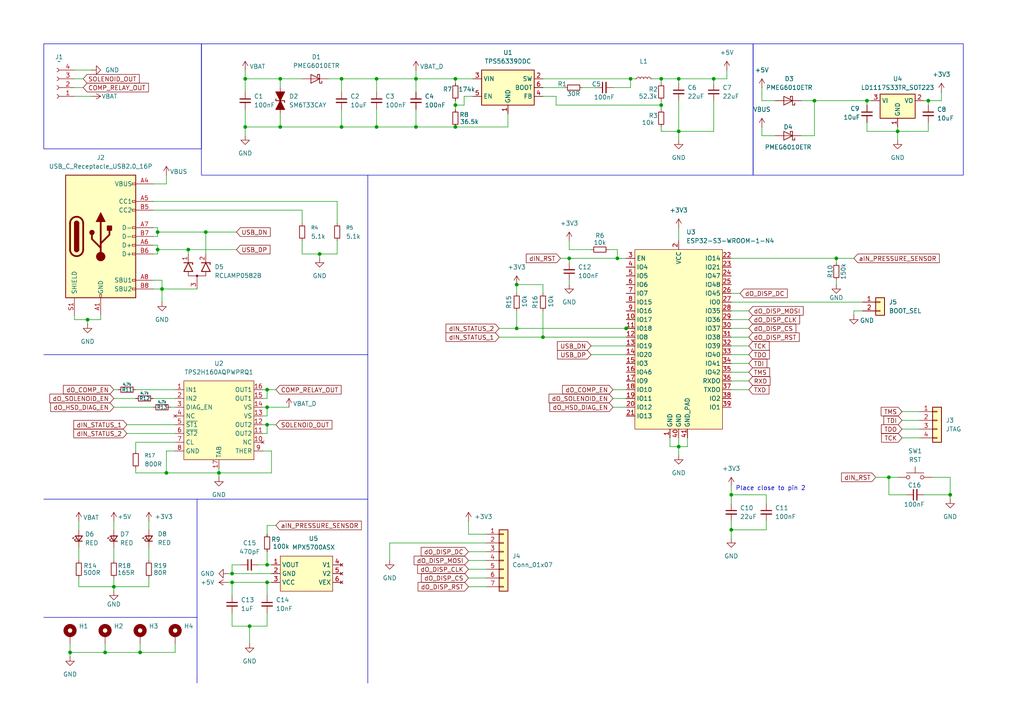
<source format=kicad_sch>
(kicad_sch (version 20250114) (generator "eeschema") (generator_version "9.0")
  (paper "A4")
  (rectangle (start 58.42 12.7) (end 218.44 50.8))
  (rectangle (start 12.7 12.7) (end 58.42 43.18))
  (rectangle (start 218.44 12.7) (end 279.4 50.8))
  (text "Place close to pin 2\n" (at 223.52 141.732 0) (effects (font (size 1.27 1.27))))
  (junction (at 181.61 95.25))
  (junction (at 67.31 168.91))
  (junction (at 257.81 138.43))
  (junction (at 48.26 137.16))
  (junction (at 77.47 113.03))
  (junction (at 120.65 22.86))
  (junction (at 63.5 137.16))
  (junction (at 54.61 72.39))
  (junction (at 33.02 170.18))
  (junction (at 242.57 74.93))
  (junction (at 132.08 36.83))
  (junction (at 196.85 22.86))
  (junction (at 92.71 73.66))
  (junction (at 269.24 29.21))
  (junction (at 109.22 22.86))
  (junction (at 46.99 83.82))
  (junction (at 81.28 22.86))
  (junction (at 77.47 163.83))
  (junction (at 77.47 168.91))
  (junction (at 132.08 30.48))
  (junction (at 212.09 153.67))
  (junction (at 109.22 36.83))
  (junction (at 182.88 22.86))
  (junction (at 45.72 72.39))
  (junction (at 81.28 36.83))
  (junction (at 132.08 22.86))
  (junction (at 71.12 36.83))
  (junction (at 77.47 123.19))
  (junction (at 99.06 36.83))
  (junction (at 207.01 22.86))
  (junction (at 212.09 143.51))
  (junction (at 120.65 36.83))
  (junction (at 149.86 82.55))
  (junction (at 20.32 189.23))
  (junction (at 191.77 30.48))
  (junction (at 77.47 118.11))
  (junction (at 67.31 166.37))
  (junction (at 72.39 181.61))
  (junction (at 25.4 92.71))
  (junction (at 40.64 189.23))
  (junction (at 251.46 29.21))
  (junction (at 157.48 97.79))
  (junction (at 99.06 22.86))
  (junction (at 196.85 38.1))
  (junction (at 149.86 95.25))
  (junction (at 179.07 74.93))
  (junction (at 165.1 74.93))
  (junction (at 45.72 67.31))
  (junction (at 260.35 38.1))
  (junction (at 30.48 189.23))
  (junction (at 196.85 129.54))
  (junction (at 191.77 22.86))
  (junction (at 275.59 143.51))
  (junction (at 71.12 22.86))
  (junction (at 236.22 29.21))
  (junction (at 59.69 67.31))
  (wire (pts (xy 212.09 113.03) (xy 217.17 113.03)))
  (wire (pts (xy 44.45 71.12) (xy 45.72 71.12)))
  (wire (pts (xy 54.61 72.39) (xy 68.58 72.39)))
  (wire (pts (xy 194.31 127) (xy 194.31 129.54)))
  (wire (pts (xy 21.59 22.86) (xy 24.13 22.86)))
  (wire (pts (xy 157.48 85.09) (xy 157.48 82.55)))
  (wire (pts (xy 109.22 31.75) (xy 109.22 36.83)))
  (wire (pts (xy 76.2 113.03) (xy 77.47 113.03)))
  (wire (pts (xy 113.03 157.48) (xy 113.03 162.56)))
  (wire (pts (xy 212.09 100.33) (xy 217.17 100.33)))
  (wire (pts (xy 120.65 31.75) (xy 120.65 36.83)))
  (wire (pts (xy 199.39 127) (xy 199.39 129.54)))
  (wire (pts (xy 43.18 158.75) (xy 43.18 162.56)))
  (wire (pts (xy 48.26 53.34) (xy 48.26 50.8)))
  (wire (pts (xy 81.28 22.86) (xy 81.28 25.4)))
  (wire (pts (xy 49.53 118.11) (xy 50.8 118.11)))
  (wire (pts (xy 97.79 64.77) (xy 97.79 58.42)))
  (wire (pts (xy 212.09 143.51) (xy 212.09 146.05)))
  (wire (pts (xy 92.71 73.66) (xy 92.71 74.93)))
  (wire (pts (xy 222.25 151.13) (xy 222.25 153.67)))
  (wire (pts (xy 157.48 27.94) (xy 161.29 27.94)))
  (wire (pts (xy 44.45 68.58) (xy 45.72 68.58)))
  (wire (pts (xy 120.65 20.32) (xy 120.65 22.86)))
  (wire (pts (xy 184.15 95.25) (xy 181.61 95.25)))
  (wire (pts (xy 191.77 38.1) (xy 196.85 38.1)))
  (wire (pts (xy 44.45 66.04) (xy 45.72 66.04)))
  (wire (pts (xy 212.09 110.49) (xy 217.17 110.49)))
  (wire (pts (xy 67.31 166.37) (xy 66.04 166.37)))
  (wire (pts (xy 168.91 25.4) (xy 172.72 25.4)))
  (wire (pts (xy 236.22 29.21) (xy 236.22 39.37)))
  (wire (pts (xy 59.69 67.31) (xy 59.69 73.66)))
  (wire (pts (xy 269.24 29.21) (xy 273.05 29.21)))
  (wire (pts (xy 67.31 168.91) (xy 77.47 168.91)))
  (polyline (pts (xy 106.68 144.78) (xy 106.68 198.12)))
  (wire (pts (xy 99.06 22.86) (xy 109.22 22.86)))
  (wire (pts (xy 135.89 154.94) (xy 140.97 154.94)))
  (wire (pts (xy 261.62 121.92) (xy 266.7 121.92)))
  (wire (pts (xy 87.63 60.96) (xy 87.63 64.77)))
  (wire (pts (xy 220.98 29.21) (xy 224.79 29.21)))
  (wire (pts (xy 76.2 115.57) (xy 77.47 115.57)))
  (wire (pts (xy 77.47 123.19) (xy 80.01 123.19)))
  (wire (pts (xy 77.47 120.65) (xy 77.47 118.11)))
  (wire (pts (xy 177.8 115.57) (xy 181.61 115.57)))
  (wire (pts (xy 251.46 29.21) (xy 251.46 30.48)))
  (wire (pts (xy 161.29 27.94) (xy 161.29 30.48)))
  (wire (pts (xy 135.89 170.18) (xy 140.97 170.18)))
  (wire (pts (xy 179.07 72.39) (xy 179.07 74.93)))
  (polyline (pts (xy 12.7 102.87) (xy 106.68 102.87)))
  (wire (pts (xy 144.78 97.79) (xy 157.48 97.79)))
  (wire (pts (xy 135.89 167.64) (xy 140.97 167.64)))
  (wire (pts (xy 260.35 36.83) (xy 260.35 38.1)))
  (wire (pts (xy 212.09 97.79) (xy 217.17 97.79)))
  (wire (pts (xy 54.61 72.39) (xy 54.61 73.66)))
  (wire (pts (xy 76.2 120.65) (xy 77.47 120.65)))
  (polyline (pts (xy 57.15 144.78) (xy 57.15 179.07)))
  (wire (pts (xy 72.39 181.61) (xy 72.39 186.69)))
  (wire (pts (xy 161.29 30.48) (xy 191.77 30.48)))
  (wire (pts (xy 21.59 91.44) (xy 21.59 92.71)))
  (wire (pts (xy 39.37 128.27) (xy 50.8 128.27)))
  (wire (pts (xy 95.25 22.86) (xy 99.06 22.86)))
  (wire (pts (xy 242.57 74.93) (xy 247.65 74.93)))
  (wire (pts (xy 196.85 38.1) (xy 207.01 38.1)))
  (wire (pts (xy 25.4 92.71) (xy 29.21 92.71)))
  (wire (pts (xy 207.01 24.13) (xy 207.01 22.86)))
  (wire (pts (xy 57.15 83.82) (xy 46.99 83.82)))
  (wire (pts (xy 196.85 29.21) (xy 196.85 38.1)))
  (wire (pts (xy 157.48 25.4) (xy 163.83 25.4)))
  (wire (pts (xy 87.63 22.86) (xy 81.28 22.86)))
  (wire (pts (xy 33.02 151.13) (xy 33.02 153.67)))
  (wire (pts (xy 212.09 74.93) (xy 242.57 74.93)))
  (wire (pts (xy 67.31 166.37) (xy 78.74 166.37)))
  (wire (pts (xy 171.45 100.33) (xy 181.61 100.33)))
  (wire (pts (xy 21.59 25.4) (xy 24.13 25.4)))
  (wire (pts (xy 210.82 20.32) (xy 210.82 22.86)))
  (wire (pts (xy 45.72 67.31) (xy 59.69 67.31)))
  (wire (pts (xy 76.2 118.11) (xy 77.47 118.11)))
  (wire (pts (xy 207.01 29.21) (xy 207.01 38.1)))
  (wire (pts (xy 67.31 168.91) (xy 67.31 172.72)))
  (wire (pts (xy 87.63 69.85) (xy 87.63 73.66)))
  (wire (pts (xy 132.08 29.21) (xy 132.08 30.48)))
  (wire (pts (xy 182.88 22.86) (xy 184.15 22.86)))
  (wire (pts (xy 81.28 33.02) (xy 81.28 36.83)))
  (polyline (pts (xy 106.68 102.87) (xy 106.68 144.78)))
  (wire (pts (xy 77.47 177.8) (xy 77.47 181.61)))
  (wire (pts (xy 43.18 170.18) (xy 33.02 170.18)))
  (wire (pts (xy 179.07 74.93) (xy 181.61 74.93)))
  (wire (pts (xy 77.47 118.11) (xy 83.82 118.11)))
  (wire (pts (xy 242.57 76.2) (xy 242.57 74.93)))
  (wire (pts (xy 257.81 143.51) (xy 257.81 138.43)))
  (wire (pts (xy 43.18 167.64) (xy 43.18 170.18)))
  (wire (pts (xy 66.04 168.91) (xy 67.31 168.91)))
  (wire (pts (xy 212.09 105.41) (xy 217.17 105.41)))
  (wire (pts (xy 262.89 143.51) (xy 257.81 143.51)))
  (wire (pts (xy 177.8 118.11) (xy 181.61 118.11)))
  (wire (pts (xy 147.32 33.02) (xy 147.32 36.83)))
  (wire (pts (xy 33.02 115.57) (xy 39.37 115.57)))
  (polyline (pts (xy 12.7 179.07) (xy 57.15 179.07)))
  (wire (pts (xy 33.02 158.75) (xy 33.02 162.56)))
  (wire (pts (xy 109.22 26.67) (xy 109.22 22.86)))
  (wire (pts (xy 120.65 22.86) (xy 120.65 26.67)))
  (wire (pts (xy 76.2 123.19) (xy 77.47 123.19)))
  (wire (pts (xy 78.74 130.81) (xy 78.74 137.16)))
  (wire (pts (xy 220.98 29.21) (xy 220.98 25.4)))
  (wire (pts (xy 196.85 129.54) (xy 199.39 129.54)))
  (wire (pts (xy 273.05 29.21) (xy 273.05 26.67)))
  (wire (pts (xy 157.48 22.86) (xy 182.88 22.86)))
  (wire (pts (xy 196.85 129.54) (xy 196.85 132.08)))
  (wire (pts (xy 50.8 186.69) (xy 50.8 189.23)))
  (wire (pts (xy 232.41 29.21) (xy 236.22 29.21)))
  (wire (pts (xy 194.31 129.54) (xy 196.85 129.54)))
  (wire (pts (xy 71.12 36.83) (xy 71.12 39.37)))
  (wire (pts (xy 135.89 165.1) (xy 140.97 165.1)))
  (wire (pts (xy 269.24 35.56) (xy 269.24 38.1)))
  (wire (pts (xy 184.15 92.71) (xy 181.61 92.71)))
  (wire (pts (xy 212.09 102.87) (xy 217.17 102.87)))
  (wire (pts (xy 45.72 66.04) (xy 45.72 67.31)))
  (wire (pts (xy 77.47 125.73) (xy 77.47 123.19)))
  (wire (pts (xy 40.64 186.69) (xy 40.64 189.23)))
  (wire (pts (xy 109.22 22.86) (xy 120.65 22.86)))
  (wire (pts (xy 20.32 189.23) (xy 20.32 190.5)))
  (wire (pts (xy 21.59 92.71) (xy 25.4 92.71)))
  (wire (pts (xy 46.99 83.82) (xy 46.99 87.63)))
  (wire (pts (xy 212.09 153.67) (xy 212.09 156.21)))
  (wire (pts (xy 212.09 143.51) (xy 222.25 143.51)))
  (wire (pts (xy 71.12 20.32) (xy 71.12 22.86)))
  (wire (pts (xy 113.03 157.48) (xy 140.97 157.48)))
  (wire (pts (xy 250.19 90.17) (xy 247.65 90.17)))
  (wire (pts (xy 71.12 26.67) (xy 71.12 22.86)))
  (wire (pts (xy 191.77 30.48) (xy 191.77 31.75)))
  (wire (pts (xy 39.37 135.89) (xy 39.37 137.16)))
  (wire (pts (xy 67.31 177.8) (xy 67.31 181.61)))
  (wire (pts (xy 242.57 82.55) (xy 242.57 81.28)))
  (wire (pts (xy 257.81 138.43) (xy 260.35 138.43)))
  (wire (pts (xy 191.77 29.21) (xy 191.77 30.48)))
  (wire (pts (xy 33.02 170.18) (xy 33.02 167.64)))
  (wire (pts (xy 275.59 138.43) (xy 275.59 143.51)))
  (wire (pts (xy 207.01 22.86) (xy 210.82 22.86)))
  (wire (pts (xy 77.47 172.72) (xy 77.47 168.91)))
  (wire (pts (xy 120.65 36.83) (xy 132.08 36.83)))
  (wire (pts (xy 261.62 127) (xy 266.7 127)))
  (wire (pts (xy 149.86 82.55) (xy 149.86 85.09)))
  (wire (pts (xy 21.59 27.94) (xy 26.67 27.94)))
  (wire (pts (xy 77.47 154.94) (xy 77.47 152.4)))
  (polyline (pts (xy 57.15 179.07) (xy 57.15 196.85)))
  (wire (pts (xy 48.26 130.81) (xy 48.26 137.16)))
  (wire (pts (xy 212.09 92.71) (xy 217.17 92.71)))
  (wire (pts (xy 177.8 113.03) (xy 181.61 113.03)))
  (wire (pts (xy 132.08 30.48) (xy 134.62 30.48)))
  (wire (pts (xy 177.8 25.4) (xy 182.88 25.4)))
  (wire (pts (xy 30.48 186.69) (xy 30.48 189.23)))
  (wire (pts (xy 275.59 143.51) (xy 275.59 144.78)))
  (wire (pts (xy 196.85 22.86) (xy 207.01 22.86)))
  (wire (pts (xy 222.25 143.51) (xy 222.25 146.05)))
  (wire (pts (xy 267.97 29.21) (xy 269.24 29.21)))
  (wire (pts (xy 22.86 158.75) (xy 22.86 162.56)))
  (wire (pts (xy 132.08 22.86) (xy 137.16 22.86)))
  (wire (pts (xy 81.28 36.83) (xy 99.06 36.83)))
  (wire (pts (xy 67.31 163.83) (xy 67.31 166.37)))
  (wire (pts (xy 87.63 73.66) (xy 92.71 73.66)))
  (wire (pts (xy 191.77 22.86) (xy 196.85 22.86)))
  (wire (pts (xy 25.4 92.71) (xy 25.4 93.98)))
  (wire (pts (xy 196.85 24.13) (xy 196.85 22.86)))
  (wire (pts (xy 157.48 82.55) (xy 149.86 82.55)))
  (wire (pts (xy 165.1 69.85) (xy 165.1 72.39)))
  (wire (pts (xy 69.85 163.83) (xy 67.31 163.83)))
  (wire (pts (xy 212.09 90.17) (xy 217.17 90.17)))
  (wire (pts (xy 236.22 29.21) (xy 251.46 29.21)))
  (wire (pts (xy 45.72 72.39) (xy 45.72 73.66)))
  (wire (pts (xy 109.22 36.83) (xy 120.65 36.83)))
  (wire (pts (xy 196.85 38.1) (xy 196.85 40.64)))
  (wire (pts (xy 260.35 38.1) (xy 260.35 40.64)))
  (wire (pts (xy 72.39 181.61) (xy 77.47 181.61)))
  (wire (pts (xy 76.2 130.81) (xy 78.74 130.81)))
  (wire (pts (xy 135.89 151.13) (xy 135.89 154.94)))
  (wire (pts (xy 20.32 189.23) (xy 30.48 189.23)))
  (wire (pts (xy 48.26 137.16) (xy 63.5 137.16)))
  (wire (pts (xy 63.5 135.89) (xy 63.5 137.16)))
  (wire (pts (xy 157.48 97.79) (xy 181.61 97.79)))
  (wire (pts (xy 157.48 90.17) (xy 157.48 97.79)))
  (wire (pts (xy 78.74 137.16) (xy 63.5 137.16)))
  (wire (pts (xy 254 138.43) (xy 257.81 138.43)))
  (wire (pts (xy 269.24 29.21) (xy 269.24 30.48)))
  (wire (pts (xy 132.08 36.83) (xy 147.32 36.83)))
  (wire (pts (xy 77.47 152.4) (xy 80.01 152.4)))
  (wire (pts (xy 134.62 27.94) (xy 137.16 27.94)))
  (wire (pts (xy 261.62 119.38) (xy 266.7 119.38)))
  (wire (pts (xy 45.72 67.31) (xy 45.72 68.58)))
  (wire (pts (xy 44.45 73.66) (xy 45.72 73.66)))
  (wire (pts (xy 134.62 30.48) (xy 134.62 27.94)))
  (wire (pts (xy 165.1 74.93) (xy 179.07 74.93)))
  (wire (pts (xy 251.46 29.21) (xy 252.73 29.21)))
  (wire (pts (xy 212.09 107.95) (xy 217.17 107.95)))
  (wire (pts (xy 270.51 138.43) (xy 275.59 138.43)))
  (wire (pts (xy 44.45 60.96) (xy 87.63 60.96)))
  (wire (pts (xy 45.72 71.12) (xy 45.72 72.39)))
  (wire (pts (xy 196.85 66.04) (xy 196.85 69.85)))
  (wire (pts (xy 99.06 26.67) (xy 99.06 22.86)))
  (wire (pts (xy 135.89 160.02) (xy 140.97 160.02)))
  (wire (pts (xy 212.09 140.97) (xy 212.09 143.51)))
  (wire (pts (xy 39.37 128.27) (xy 39.37 130.81)))
  (wire (pts (xy 33.02 118.11) (xy 44.45 118.11)))
  (wire (pts (xy 251.46 35.56) (xy 251.46 38.1)))
  (wire (pts (xy 22.86 151.13) (xy 22.86 153.67)))
  (wire (pts (xy 171.45 102.87) (xy 181.61 102.87)))
  (wire (pts (xy 165.1 74.93) (xy 165.1 76.2)))
  (wire (pts (xy 261.62 124.46) (xy 266.7 124.46)))
  (wire (pts (xy 22.86 167.64) (xy 22.86 170.18)))
  (wire (pts (xy 21.59 20.32) (xy 26.67 20.32)))
  (wire (pts (xy 220.98 39.37) (xy 224.79 39.37)))
  (wire (pts (xy 251.46 38.1) (xy 260.35 38.1)))
  (wire (pts (xy 39.37 113.03) (xy 50.8 113.03)))
  (wire (pts (xy 99.06 31.75) (xy 99.06 36.83)))
  (wire (pts (xy 247.65 90.17) (xy 247.65 91.44)))
  (wire (pts (xy 76.2 125.73) (xy 77.47 125.73)))
  (wire (pts (xy 212.09 151.13) (xy 212.09 153.67)))
  (wire (pts (xy 212.09 95.25) (xy 217.17 95.25)))
  (wire (pts (xy 71.12 31.75) (xy 71.12 36.83)))
  (wire (pts (xy 71.12 36.83) (xy 81.28 36.83)))
  (wire (pts (xy 97.79 73.66) (xy 97.79 69.85)))
  (wire (pts (xy 33.02 171.45) (xy 33.02 170.18)))
  (wire (pts (xy 212.09 85.09) (xy 214.63 85.09)))
  (wire (pts (xy 165.1 72.39) (xy 171.45 72.39)))
  (wire (pts (xy 135.89 162.56) (xy 140.97 162.56)))
  (wire (pts (xy 44.45 53.34) (xy 48.26 53.34)))
  (polyline (pts (xy 12.7 144.78) (xy 106.68 144.78)))
  (wire (pts (xy 36.83 123.19) (xy 50.8 123.19)))
  (wire (pts (xy 132.08 24.13) (xy 132.08 22.86)))
  (wire (pts (xy 67.31 181.61) (xy 72.39 181.61)))
  (wire (pts (xy 267.97 143.51) (xy 275.59 143.51)))
  (wire (pts (xy 191.77 36.83) (xy 191.77 38.1)))
  (wire (pts (xy 30.48 189.23) (xy 40.64 189.23)))
  (wire (pts (xy 44.45 115.57) (xy 50.8 115.57)))
  (wire (pts (xy 191.77 22.86) (xy 191.77 24.13)))
  (wire (pts (xy 162.56 74.93) (xy 165.1 74.93)))
  (wire (pts (xy 149.86 95.25) (xy 181.61 95.25)))
  (wire (pts (xy 33.02 113.03) (xy 34.29 113.03)))
  (wire (pts (xy 22.86 170.18) (xy 33.02 170.18)))
  (wire (pts (xy 77.47 115.57) (xy 77.47 113.03)))
  (wire (pts (xy 44.45 58.42) (xy 97.79 58.42)))
  (wire (pts (xy 39.37 137.16) (xy 48.26 137.16)))
  (wire (pts (xy 212.09 87.63) (xy 250.19 87.63)))
  (wire (pts (xy 77.47 160.02) (xy 77.47 163.83)))
  (wire (pts (xy 44.45 83.82) (xy 46.99 83.82)))
  (wire (pts (xy 46.99 81.28) (xy 44.45 81.28)))
  (wire (pts (xy 182.88 25.4) (xy 182.88 22.86)))
  (wire (pts (xy 36.83 125.73) (xy 50.8 125.73)))
  (wire (pts (xy 232.41 39.37) (xy 236.22 39.37)))
  (wire (pts (xy 149.86 90.17) (xy 149.86 95.25)))
  (wire (pts (xy 29.21 91.44) (xy 29.21 92.71)))
  (wire (pts (xy 260.35 38.1) (xy 269.24 38.1)))
  (wire (pts (xy 189.23 22.86) (xy 191.77 22.86)))
  (wire (pts (xy 165.1 81.28) (xy 165.1 82.55)))
  (wire (pts (xy 45.72 72.39) (xy 54.61 72.39)))
  (wire (pts (xy 132.08 30.48) (xy 132.08 31.75)))
  (wire (pts (xy 77.47 163.83) (xy 78.74 163.83)))
  (wire (pts (xy 77.47 168.91) (xy 78.74 168.91)))
  (wire (pts (xy 63.5 137.16) (xy 63.5 138.43)))
  (wire (pts (xy 46.99 81.28) (xy 46.99 83.82)))
  (wire (pts (xy 176.53 72.39) (xy 179.07 72.39)))
  (wire (pts (xy 222.25 153.67) (xy 212.09 153.67)))
  (wire (pts (xy 77.47 113.03) (xy 80.01 113.03)))
  (wire (pts (xy 196.85 127) (xy 196.85 129.54)))
  (wire (pts (xy 99.06 36.83) (xy 109.22 36.83)))
  (wire (pts (xy 120.65 22.86) (xy 132.08 22.86)))
  (wire (pts (xy 59.69 67.31) (xy 68.58 67.31)))
  (wire (pts (xy 92.71 73.66) (xy 97.79 73.66)))
  (wire (pts (xy 220.98 36.83) (xy 220.98 39.37)))
  (wire (pts (xy 50.8 130.81) (xy 48.26 130.81)))
  (wire (pts (xy 71.12 22.86) (xy 81.28 22.86)))
  (polyline (pts (xy 106.68 50.8) (xy 106.68 102.87)))
  (wire (pts (xy 43.18 151.13) (xy 43.18 153.67)))
  (wire (pts (xy 74.93 163.83) (xy 77.47 163.83)))
  (wire (pts (xy 40.64 189.23) (xy 50.8 189.23)))
  (polyline (pts (xy 57.15 196.85) (xy 57.15 198.12)))
  (wire (pts (xy 144.78 95.25) (xy 149.86 95.25)))
  (wire (pts (xy 20.32 186.69) (xy 20.32 189.23)))
  (global_label "USB_DP" (shape input) (at 68.58 72.39 0) (property "Intersheetrefs" "${INTERSHEET_REFS}" (effects (hide yes))))
  (global_label "dIN_STATUS_1" (shape input) (at 36.83 123.19 180) (property "Intersheetrefs" "${INTERSHEET_REFS}" (effects (hide yes))))
  (global_label "dO_DISP_CS" (shape input) (at 217.17 95.25 0) (property "Intersheetrefs" "${INTERSHEET_REFS}" (effects (hide yes))))
  (global_label "dIN_STATUS_2" (shape input) (at 144.78 95.25 180) (property "Intersheetrefs" "${INTERSHEET_REFS}" (effects (hide yes))))
  (global_label "SOLENOID_OUT" (shape input) (at 24.13 22.86 0) (property "Intersheetrefs" "${INTERSHEET_REFS}" (effects (hide yes))))
  (global_label "SOLENOID_OUT" (shape input) (at 80.01 123.19 0) (property "Intersheetrefs" "${INTERSHEET_REFS}" (effects (hide yes))))
  (global_label "dO_DISP_CS" (shape input) (at 135.89 167.64 180) (property "Intersheetrefs" "${INTERSHEET_REFS}" (effects (hide yes))))
  (global_label "dIN_STATUS_2" (shape input) (at 36.83 125.73 180) (property "Intersheetrefs" "${INTERSHEET_REFS}" (effects (hide yes))))
  (global_label "dO_HSD_DIAG_EN" (shape input) (at 177.8 118.11 180) (property "Intersheetrefs" "${INTERSHEET_REFS}" (effects (hide yes))))
  (global_label "dO_DISP_CLK" (shape input) (at 217.17 92.71 0) (property "Intersheetrefs" "${INTERSHEET_REFS}" (effects (hide yes))))
  (global_label "dO_DISP_DC" (shape input) (at 214.63 85.09 0) (property "Intersheetrefs" "${INTERSHEET_REFS}" (effects (hide yes))))
  (global_label "COMP_RELAY_OUT" (shape input) (at 80.01 113.03 0) (property "Intersheetrefs" "${INTERSHEET_REFS}" (effects (hide yes))))
  (global_label "TDO" (shape input) (at 261.62 124.46 180) (property "Intersheetrefs" "${INTERSHEET_REFS}" (effects (hide yes))))
  (global_label "TDI" (shape input) (at 217.17 105.41 0) (property "Intersheetrefs" "${INTERSHEET_REFS}" (effects (hide yes))))
  (global_label "dO_COMP_EN" (shape input) (at 33.02 113.03 180) (property "Intersheetrefs" "${INTERSHEET_REFS}" (effects (hide yes))))
  (global_label "dO_SOLENOID_EN" (shape input) (at 177.8 115.57 180) (property "Intersheetrefs" "${INTERSHEET_REFS}" (effects (hide yes))))
  (global_label "dO_DISP_RST" (shape input) (at 135.89 170.18 180) (property "Intersheetrefs" "${INTERSHEET_REFS}" (effects (hide yes))))
  (global_label "dO_DISP_DC" (shape input) (at 135.89 160.02 180) (property "Intersheetrefs" "${INTERSHEET_REFS}" (effects (hide yes))))
  (global_label "COMP_RELAY_OUT" (shape input) (at 24.13 25.4 0) (property "Intersheetrefs" "${INTERSHEET_REFS}" (effects (hide yes))))
  (global_label "TCK" (shape input) (at 217.17 100.33 0) (property "Intersheetrefs" "${INTERSHEET_REFS}" (effects (hide yes))))
  (global_label "dO_HSD_DIAG_EN" (shape input) (at 33.02 118.11 180) (property "Intersheetrefs" "${INTERSHEET_REFS}" (effects (hide yes))))
  (global_label "dIN_RST" (shape input) (at 254 138.43 180) (property "Intersheetrefs" "${INTERSHEET_REFS}" (effects (hide yes))))
  (global_label "aIN_PRESSURE_SENSOR" (shape input) (at 80.01 152.4 0) (property "Intersheetrefs" "${INTERSHEET_REFS}" (effects (hide yes))))
  (global_label "dO_DISP_MOSI" (shape input) (at 135.89 162.56 180) (property "Intersheetrefs" "${INTERSHEET_REFS}" (effects (hide yes))))
  (global_label "USB_DN" (shape input) (at 68.58 67.31 0) (property "Intersheetrefs" "${INTERSHEET_REFS}" (effects (hide yes))))
  (global_label "TXD" (shape input) (at 217.17 113.03 0) (property "Intersheetrefs" "${INTERSHEET_REFS}" (effects (hide yes))))
  (global_label "dO_COMP_EN" (shape input) (at 177.8 113.03 180) (property "Intersheetrefs" "${INTERSHEET_REFS}" (effects (hide yes))))
  (global_label "dO_DISP_RST" (shape input) (at 217.17 97.79 0) (property "Intersheetrefs" "${INTERSHEET_REFS}" (effects (hide yes))))
  (global_label "TDO" (shape input) (at 217.17 102.87 0) (property "Intersheetrefs" "${INTERSHEET_REFS}" (effects (hide yes))))
  (global_label "dO_DISP_MOSI" (shape input) (at 217.17 90.17 0) (property "Intersheetrefs" "${INTERSHEET_REFS}" (effects (hide yes))))
  (global_label "dO_DISP_CLK" (shape input) (at 135.89 165.1 180) (property "Intersheetrefs" "${INTERSHEET_REFS}" (effects (hide yes))))
  (global_label "USB_DP" (shape input) (at 171.45 102.87 180) (property "Intersheetrefs" "${INTERSHEET_REFS}" (effects (hide yes))))
  (global_label "TCK" (shape input) (at 261.62 127 180) (property "Intersheetrefs" "${INTERSHEET_REFS}" (effects (hide yes))))
  (global_label "TMS" (shape input) (at 261.62 119.38 180) (property "Intersheetrefs" "${INTERSHEET_REFS}" (effects (hide yes))))
  (global_label "dIN_RST" (shape input) (at 162.56 74.93 180) (property "Intersheetrefs" "${INTERSHEET_REFS}" (effects (hide yes))))
  (global_label "TDI" (shape input) (at 261.62 121.92 180) (property "Intersheetrefs" "${INTERSHEET_REFS}" (effects (hide yes))))
  (global_label "RXD" (shape input) (at 217.17 110.49 0) (property "Intersheetrefs" "${INTERSHEET_REFS}" (effects (hide yes))))
  (global_label "TMS" (shape input) (at 217.17 107.95 0) (property "Intersheetrefs" "${INTERSHEET_REFS}" (effects (hide yes))))
  (global_label "dO_SOLENOID_EN" (shape input) (at 33.02 115.57 180) (property "Intersheetrefs" "${INTERSHEET_REFS}" (effects (hide yes))))
  (global_label "aIN_PRESSURE_SENSOR" (shape input) (at 247.65 74.93 0) (property "Intersheetrefs" "${INTERSHEET_REFS}" (effects (hide yes))))
  (global_label "dIN_STATUS_1" (shape input) (at 144.78 97.79 180) (property "Intersheetrefs" "${INTERSHEET_REFS}" (effects (hide yes))))
  (global_label "USB_DN" (shape input) (at 171.45 100.33 180) (property "Intersheetrefs" "${INTERSHEET_REFS}" (effects (hide yes))))
  (symbol (lib_id "power:+BATT") (at 71.12 20.32 0) (unit 1)
    (property "Reference" "#PWR02" (effects (hide yes)))
    (property "Value" "VBAT" (at 74.676 19.304 0))
    (property "Description" "Power symbol creates a global label with name \"+BATT\"" (effects (hide yes)))
  )
  (symbol (lib_id "Device:C_Small") (at 71.12 29.21 0) (unit 1)
    (property "Reference" "C1" (at 73.66 27.9462 0) (effects (justify left)))
    (property "Value" "100nF" (at 73.66 30.4862 0) (effects (justify left)))
    (property "Footprint" "Capacitor_SMD:C_1206_3216Metric_Pad1.33x1.80mm_HandSolder" (effects (hide yes)))
    (property "Description" "Unpolarized capacitor, small symbol" (effects (hide yes)))
  )
  (symbol (lib_id "power:GND") (at 20.32 190.5 0) (unit 1)
    (property "Reference" "#PWR028" (effects (hide yes)))
    (property "Value" "GND" (at 20.32 195.58 0))
    (property "Description" "Power symbol creates a global label with name \"GND\" , ground" (effects (hide yes)))
  )
  (symbol (lib_id "Device:C_Small") (at 165.1 78.74 180) (unit 1)
    (property "Reference" "C12" (at 167.64 77.4635 0) (effects (justify right)))
    (property "Value" "100nF" (at 167.64 80.0035 0) (effects (justify right)))
    (property "Footprint" "Capacitor_SMD:C_1206_3216Metric_Pad1.33x1.80mm_HandSolder" (effects (hide yes)))
    (property "Description" "Unpolarized capacitor, small symbol" (effects (hide yes)))
  )
  (symbol (lib_id "Device:C_Small") (at 265.43 143.51 90) (unit 1)
    (property "Reference" "C16" (at 267.208 140.716 90) (effects (justify left)))
    (property "Value" "100nF" (at 268.224 146.304 90) (effects (justify left)))
    (property "Footprint" "Capacitor_SMD:C_0805_2012Metric_Pad1.18x1.45mm_HandSolder" (effects (hide yes)))
    (property "Description" "Unpolarized capacitor, small symbol" (effects (hide yes)))
  )
  (symbol (lib_id "Device:R_Small") (at 173.99 72.39 90) (unit 1)
    (property "Reference" "R6" (at 173.99 68.326 90))
    (property "Value" "10k" (at 173.99 70.358 90))
    (property "Footprint" "Resistor_SMD:R_0805_2012Metric_Pad1.20x1.40mm_HandSolder" (effects (hide yes)))
    (property "Description" "Resistor, small symbol" (effects (hide yes)))
  )
  (symbol (lib_id "Device:C_Small") (at 99.06 29.21 0) (unit 1)
    (property "Reference" "C2" (at 101.6 27.9462 0) (effects (justify left)))
    (property "Value" "10uF" (at 101.6 30.4862 0) (effects (justify left)))
    (property "Footprint" "Capacitor_SMD:C_1206_3216Metric_Pad1.33x1.80mm_HandSolder" (effects (hide yes)))
    (property "Description" "Unpolarized capacitor, small symbol" (effects (hide yes)))
  )
  (symbol (lib_id "Device:R_Small") (at 33.02 165.1 180) (unit 1)
    (property "Reference" "R18" (at 36.068 164.084 0))
    (property "Value" "165R" (at 36.576 166.116 0))
    (property "Footprint" "Resistor_SMD:R_0805_2012Metric_Pad1.20x1.40mm_HandSolder" (effects (hide yes)))
    (property "Description" "Resistor, small symbol" (effects (hide yes)))
  )
  (symbol (lib_id "Mechanical:MountingHole_Pad") (at 30.48 184.15 0) (unit 1) (in_bom no)
    (property "Reference" "H2" (at 33.02 181.6099 0) (effects (justify left)))
    (property "Value" "MountingHole_Pad" (effects (hide yes)))
    (property "Footprint" "MountingHole:MountingHole_3.2mm_M3_DIN965_Pad_TopBottom" (effects (hide yes)))
    (property "Description" "Mounting Hole with connection" (effects (hide yes)))
  )
  (symbol (lib_id "Device:R_Small") (at 43.18 165.1 180) (unit 1)
    (property "Reference" "R19" (at 46.482 164.084 0))
    (property "Value" "80R" (at 46.482 166.116 0))
    (property "Footprint" "Resistor_SMD:R_0805_2012Metric_Pad1.20x1.40mm_HandSolder" (effects (hide yes)))
    (property "Description" "Resistor, small symbol" (effects (hide yes)))
  )
  (symbol (lib_id "Device:D_TVS_Filled") (at 81.28 29.21 90) (unit 1)
    (property "Reference" "D2" (at 83.82 27.9399 90) (effects (justify right)))
    (property "Value" "SM6T33CAY" (at 83.82 30.4799 90) (effects (justify right)))
    (property "Footprint" "Diode_SMD:D_SMB_Handsoldering" (effects (hide yes)))
    (property "Description" "Bidirectional transient-voltage-suppression diode, filled shape" (effects (hide yes)))
  )
  (symbol (lib_id "power:+5V") (at 220.98 25.4 0) (unit 1)
    (property "Reference" "#PWR05" (effects (hide yes)))
    (property "Value" "+5V" (at 220.98 20.32 0))
    (property "Description" "Power symbol creates a global label with name \"+5V\"" (effects (hide yes)))
  )
  (symbol (lib_id "Power_Protection:RCLAMP0582B") (at 57.15 78.74 90) (unit 1)
    (property "Reference" "D5" (at 62.23 77.4064 90) (effects (justify right)))
    (property "Value" "RCLAMP0582B" (at 62.23 79.9464 90) (effects (justify right)))
    (property "Footprint" "Package_TO_SOT_SMD:SOT-416" (effects (hide yes)))
    (property "Datasheet" "https://www.semtech.com/products/circuit-protection/low-capacitance/rclamp0582b" (effects (hide yes)))
    (property "Description" "Low capacitance unidirectional dual ESD protection diode, SC-75" (effects (hide yes)))
  )
  (symbol (lib_id "Device:R_Small") (at 132.08 34.29 180) (unit 1)
    (property "Reference" "R8" (at 134.62 33.274 0))
    (property "Value" "36.5k" (at 136.144 35.306 0))
    (property "Footprint" "Resistor_SMD:R_0805_2012Metric_Pad1.20x1.40mm_HandSolder" (effects (hide yes)))
    (property "Description" "Resistor, small symbol" (effects (hide yes)))
  )
  (symbol (lib_id "power:+BATT") (at 26.67 27.94 270) (unit 1)
    (property "Reference" "#PWR014" (effects (hide yes)))
    (property "Value" "VBAT" (at 31.75 27.94 90))
    (property "Description" "Power symbol creates a global label with name \"+BATT\"" (effects (hide yes)))
  )
  (symbol (lib_id "power:GND") (at 275.59 144.78 0) (unit 1)
    (property "Reference" "#PWR027" (effects (hide yes)))
    (property "Value" "GND" (at 275.59 149.86 0))
    (property "Description" "Power symbol creates a global label with name \"GND\" , ground" (effects (hide yes)))
  )
  (symbol (lib_id "power:GND") (at 46.99 87.63 0) (unit 1)
    (property "Reference" "#PWR017" (effects (hide yes)))
    (property "Value" "GND" (at 46.99 92.71 0))
    (property "Description" "Power symbol creates a global label with name \"GND\" , ground" (effects (hide yes)))
  )
  (symbol (lib_id "power:GND") (at 196.85 132.08 0) (unit 1)
    (property "Reference" "#PWR026" (effects (hide yes)))
    (property "Value" "GND" (at 196.85 137.16 0))
    (property "Description" "Power symbol creates a global label with name \"GND\" , ground" (effects (hide yes)))
  )
  (symbol (lib_id "power:GND") (at 165.1 82.55 0) (unit 1)
    (property "Reference" "#PWR022" (effects (hide yes)))
    (property "Value" "GND" (at 165.1 87.63 0))
    (property "Description" "Power symbol creates a global label with name \"GND\" , ground" (effects (hide yes)))
  )
  (symbol (lib_id "Part-DB:ESP32-S3-WROOM-1-N4") (at 196.85 85.09 0) (unit 1) (exclude_from_sim yes)
    (property "Reference" "U3" (at 199.0441 67.31 0) (effects (justify left)))
    (property "Value" "ESP32-S3-WROOM-1-N4" (at 199.0441 69.85 0) (effects (justify left)))
    (property "Footprint" "CustomKicadFootprints:ESP32-S3-WROOM-1" (effects (hide yes)))
    (property "Datasheet" "http://localhost:8080/en/part/2/info" (effects (hide yes)))
    (property "Description" "Bluetooth, WiFi 802.11b/g/n, Bluetooth v5.0 Transceiver Module 2.4GHz PCB Trace Surface Mount" (effects (hide yes)))
    (property "Category" "ICs/Microcontrollers/Modules" (effects (hide yes)))
    (property "MPN" "ESP32-S3-WROOM-1-N4" (effects (hide yes)))
    (property "Manufacturer" "Espressif Systems" (effects (hide yes)))
    (property "Manufacturing Status" "Active" (effects (hide yes)))
    (property "Part-DB ID" "2" (effects (hide yes)))
  )
  (symbol (lib_id "power:+5V") (at 210.82 20.32 0) (unit 1)
    (property "Reference" "#PWR03" (effects (hide yes)))
    (property "Value" "+5V" (at 210.82 15.24 0))
    (property "Description" "Power symbol creates a global label with name \"+5V\"" (effects (hide yes)))
  )
  (symbol (lib_id "Device:R_Small") (at 242.57 78.74 180) (unit 1)
    (property "Reference" "R10" (at 240.792 78.74 90))
    (property "Value" "150k" (at 244.602 78.74 90))
    (property "Footprint" "Resistor_SMD:R_0805_2012Metric_Pad1.20x1.40mm_HandSolder" (effects (hide yes)))
    (property "Description" "Resistor, small symbol" (effects (hide yes)))
  )
  (symbol (lib_name "R_Small_1") (lib_id "Device:R_Small") (at 41.91 115.57 270) (unit 1)
    (property "Reference" "R12" (at 40.386 115.57 90) (effects (font (size 1.016 1.016)) (justify left)))
    (property "Value" "4.7k" (at 40.64 114.046 90) (effects (font (size 0.762 0.762)) (justify left)))
    (property "Footprint" "Resistor_SMD:R_0805_2012Metric_Pad1.20x1.40mm_HandSolder" (effects (hide yes)))
    (property "Description" "Resistor, small symbol" (effects (hide yes)))
  )
  (symbol (lib_id "Device:R_Small") (at 166.37 25.4 90) (unit 1)
    (property "Reference" "R1" (at 163.068 24.384 90))
    (property "Value" "30R" (at 166.37 27.178 90))
    (property "Footprint" "Resistor_SMD:R_0805_2012Metric_Pad1.20x1.40mm_HandSolder" (effects (hide yes)))
    (property "Description" "Resistor, small symbol" (effects (hide yes)))
  )
  (symbol (lib_id "Connector_Generic:Conn_01x07") (at 146.05 162.56 0) (unit 1)
    (property "Reference" "J4" (at 148.59 161.2899 0) (effects (justify left)))
    (property "Value" "Conn_01x07" (at 148.59 163.8299 0) (effects (justify left)))
    (property "Footprint" "CustomKicadFootprints:SM07B-GHS-TB" (effects (hide yes)))
    (property "Description" "Generic connector, single row, 01x07, script generated (kicad-library-utils/schlib/autogen/connector/)" (effects (hide yes)))
  )
  (symbol (lib_id "power:GND") (at 92.71 74.93 0) (unit 1)
    (property "Reference" "#PWR016" (effects (hide yes)))
    (property "Value" "GND" (at 92.71 80.01 0))
    (property "Description" "Power symbol creates a global label with name \"GND\" , ground" (effects (hide yes)))
  )
  (symbol (lib_id "power:GND") (at 212.09 156.21 0) (unit 1)
    (property "Reference" "#PWR019" (effects (hide yes)))
    (property "Value" "GND" (at 212.09 161.29 0))
    (property "Description" "Power symbol creates a global label with name \"GND\" , ground" (effects (hide yes)))
  )
  (symbol (lib_id "Mechanical:MountingHole_Pad") (at 40.64 184.15 0) (unit 1) (in_bom no)
    (property "Reference" "H3" (at 43.18 181.6099 0) (effects (justify left)))
    (property "Value" "MountingHole_Pad" (effects (hide yes)))
    (property "Footprint" "MountingHole:MountingHole_3.2mm_M3_DIN965_Pad_TopBottom" (effects (hide yes)))
    (property "Description" "Mounting Hole with connection" (effects (hide yes)))
  )
  (symbol (lib_id "Device:C_Small") (at 175.26 25.4 90) (unit 1)
    (property "Reference" "C5" (at 172.974 24.384 90))
    (property "Value" "100nF" (at 175.26 28.194 90))
    (property "Footprint" "Capacitor_SMD:C_0805_2012Metric_Pad1.18x1.45mm_HandSolder" (effects (hide yes)))
    (property "Description" "Unpolarized capacitor, small symbol" (effects (hide yes)))
  )
  (symbol (lib_id "power:GND") (at 260.35 40.64 0) (unit 1)
    (property "Reference" "#PWR07" (effects (hide yes)))
    (property "Value" "GND" (at 260.35 45.72 0))
    (property "Description" "Power symbol creates a global label with name \"GND\" , ground" (effects (hide yes)))
  )
  (symbol (lib_id "Device:R_Small") (at 22.86 165.1 180) (unit 1)
    (property "Reference" "R14" (at 26.162 164.084 0))
    (property "Value" "500R" (at 26.67 166.116 0))
    (property "Footprint" "Resistor_SMD:R_0805_2012Metric_Pad1.20x1.40mm_HandSolder" (effects (hide yes)))
    (property "Description" "Resistor, small symbol" (effects (hide yes)))
  )
  (symbol (lib_id "Device:C_Small") (at 222.25 148.59 0) (unit 1)
    (property "Reference" "C11" (at 224.79 147.3262 0) (effects (justify left)))
    (property "Value" "100nF" (at 224.79 149.8662 0) (effects (justify left)))
    (property "Footprint" "Capacitor_SMD:C_1206_3216Metric_Pad1.33x1.80mm_HandSolder" (effects (hide yes)))
    (property "Description" "Unpolarized capacitor, small symbol" (effects (hide yes)))
  )
  (symbol (lib_id "Device:C_Small") (at 77.47 175.26 0) (unit 1)
    (property "Reference" "C14" (at 80.01 173.9962 0) (effects (justify left)))
    (property "Value" "10nF" (at 80.01 176.5362 0) (effects (justify left)))
    (property "Footprint" "Capacitor_SMD:C_0805_2012Metric_Pad1.18x1.45mm_HandSolder" (effects (hide yes)))
    (property "Description" "Unpolarized capacitor, small symbol" (effects (hide yes)))
  )
  (symbol (lib_id "Device:C_Small") (at 67.31 175.26 0) (unit 1)
    (property "Reference" "C13" (at 69.85 173.9962 0) (effects (justify left)))
    (property "Value" "1uF" (at 69.85 176.5362 0) (effects (justify left)))
    (property "Footprint" "Capacitor_SMD:C_0805_2012Metric_Pad1.18x1.45mm_HandSolder" (effects (hide yes)))
    (property "Description" "Unpolarized capacitor, small symbol" (effects (hide yes)))
  )
  (symbol (lib_id "Connector_Generic:Conn_01x02") (at 255.27 87.63 0) (unit 1)
    (property "Reference" "J5" (at 257.81 87.6299 0) (effects (justify left)))
    (property "Value" "BOOT_SEL" (at 257.81 90.1699 0) (effects (justify left)))
    (property "Footprint" "Connector_PinHeader_2.54mm:PinHeader_1x02_P2.54mm_Vertical" (effects (hide yes)))
    (property "Description" "Generic connector, single row, 01x02, script generated (kicad-library-utils/schlib/autogen/connector/)" (effects (hide yes)))
  )
  (symbol (lib_id "power:GND") (at 196.85 40.64 0) (unit 1)
    (property "Reference" "#PWR04" (effects (hide yes)))
    (property "Value" "GND" (at 196.85 45.72 0))
    (property "Description" "Power symbol creates a global label with name \"GND\" , ground" (effects (hide yes)))
  )
  (symbol (lib_name "R_Small_1") (lib_id "Device:R_Small") (at 97.79 67.31 0) (unit 1)
    (property "Reference" "R5" (at 100.33 66.0399 0) (effects (font (size 1.016 1.016)) (justify left)))
    (property "Value" "5.1k" (at 100.33 68.5799 0) (effects (justify left)))
    (property "Footprint" "Resistor_SMD:R_0805_2012Metric_Pad1.20x1.40mm_HandSolder" (effects (hide yes)))
    (property "Description" "Resistor, small symbol" (effects (hide yes)))
  )
  (symbol (lib_id "Device:LED_Small") (at 43.18 156.21 90) (unit 1)
    (property "Reference" "D8" (at 45.72 154.8764 90) (effects (justify right)))
    (property "Value" "RED" (at 45.72 157.4164 90) (effects (justify right)))
    (property "Footprint" "LED_SMD:LED_0805_2012Metric_Pad1.15x1.40mm_HandSolder" (effects (hide yes)))
    (property "Description" "Light emitting diode, small symbol" (effects (hide yes)))
    (property "Sim.Pin" "1=K 2=A" (effects (hide yes)))
  )
  (symbol (lib_id "Connector:Conn_01x04_Socket") (at 16.51 25.4 180) (unit 1)
    (property "Reference" "J1" (at 17.145 16.51 0))
    (property "Value" "~" (at 17.145 17.78 0))
    (property "Footprint" "Connector_Molex:Molex_Micro-Fit_3.0_43650-0400_1x04_P3.00mm_Horizontal" (effects (hide yes)))
    (property "Description" "Generic connector, single row, 01x04, script generated" (effects (hide yes)))
  )
  (symbol (lib_id "Device:LED_Small") (at 33.02 156.21 90) (unit 1)
    (property "Reference" "D7" (at 34.798 154.94 90) (effects (justify right)))
    (property "Value" "RED" (at 34.798 157.48 90) (effects (justify right)))
    (property "Footprint" "LED_SMD:LED_0805_2012Metric_Pad1.15x1.40mm_HandSolder" (effects (hide yes)))
    (property "Description" "Light emitting diode, small symbol" (effects (hide yes)))
    (property "Sim.Pin" "1=K 2=A" (effects (hide yes)))
  )
  (symbol (lib_id "power:+BATT") (at 83.82 118.11 0) (unit 1)
    (property "Reference" "#PWR09" (effects (hide yes)))
    (property "Value" "VBAT_D" (at 88.392 117.094 0))
    (property "Description" "Power symbol creates a global label with name \"+BATT\"" (effects (hide yes)))
  )
  (symbol (lib_id "power:+BATT") (at 22.86 151.13 0) (unit 1)
    (property "Reference" "#PWR024" (effects (hide yes)))
    (property "Value" "VBAT" (at 26.416 150.114 0))
    (property "Description" "Power symbol creates a global label with name \"+BATT\"" (effects (hide yes)))
  )
  (symbol (lib_id "power:GND") (at 63.5 138.43 0) (unit 1)
    (property "Reference" "#PWR010" (effects (hide yes)))
    (property "Value" "GND" (at 63.5 143.51 0))
    (property "Description" "Power symbol creates a global label with name \"GND\" , ground" (effects (hide yes)))
  )
  (symbol (lib_id "Regulator_Switching:TPS56339DDC") (at 147.32 25.4 0) (unit 1)
    (property "Reference" "U1" (at 147.32 15.24 0))
    (property "Value" "TPS56339DDC" (at 147.32 17.78 0))
    (property "Footprint" "Package_TO_SOT_SMD:SOT-23-6" (effects (hide yes)))
    (property "Datasheet" "https://www.ti.com/lit/ds/symlink/tps56339.pdf" (effects (hide yes)))
    (property "Description" "4.5V to 24V Input, 3-A Output Synchronous Buck Converter, SOT-23-6" (effects (hide yes)))
  )
  (symbol (lib_id "power:+3V3") (at 165.1 69.85 0) (unit 1)
    (property "Reference" "#PWR021" (effects (hide yes)))
    (property "Value" "+3V3" (at 165.1 64.77 0))
    (property "Description" "Power symbol creates a global label with name \"+3V3\"" (effects (hide yes)))
  )
  (symbol (lib_id "power:+BATT") (at 120.65 20.32 0) (unit 1)
    (property "Reference" "#PWR08" (effects (hide yes)))
    (property "Value" "VBAT_D" (at 125.222 19.304 0))
    (property "Description" "Power symbol creates a global label with name \"+BATT\"" (effects (hide yes)))
  )
  (symbol (lib_id "power:GND") (at 25.4 93.98 0) (unit 1)
    (property "Reference" "#PWR013" (effects (hide yes)))
    (property "Value" "GND" (at 25.4 99.06 0))
    (property "Description" "Power symbol creates a global label with name \"GND\" , ground" (effects (hide yes)))
  )
  (symbol (lib_id "Regulator_Linear:LD1117S33TR_SOT223") (at 260.35 29.21 0) (unit 1)
    (property "Reference" "U4" (at 260.35 22.86 0))
    (property "Value" "LD1117S33TR_SOT223" (at 260.35 25.4 0))
    (property "Footprint" "Package_TO_SOT_SMD:SOT-223-3_TabPin2" (effects (hide yes)))
    (property "Datasheet" "http://www.st.com/st-web-ui/static/active/en/resource/technical/document/datasheet/CD00000544.pdf" (effects (hide yes)))
    (property "Description" "800mA Fixed Low Drop Positive Voltage Regulator, Fixed Output 3.3V, SOT-223" (effects (hide yes)))
  )
  (symbol (lib_name "R_Small_1") (lib_id "Device:R_Small") (at 39.37 133.35 0) (unit 1)
    (property "Reference" "R17" (at 41.91 132.0799 0) (effects (font (size 1.016 1.016)) (justify left)))
    (property "Value" "800R" (at 41.91 134.6199 0) (effects (justify left)))
    (property "Footprint" "Resistor_SMD:R_0805_2012Metric_Pad1.20x1.40mm_HandSolder" (effects (hide yes)))
    (property "Description" "Resistor, small symbol" (effects (hide yes)))
  )
  (symbol (lib_id "Device:C_Small") (at 207.01 26.67 0) (unit 1)
    (property "Reference" "C7" (at 209.55 25.4062 0) (effects (justify left)))
    (property "Value" "22uF" (at 209.55 27.9462 0) (effects (justify left)))
    (property "Footprint" "Capacitor_SMD:C_1206_3216Metric_Pad1.33x1.80mm_HandSolder" (effects (hide yes)))
    (property "Description" "Unpolarized capacitor, small symbol" (effects (hide yes)))
  )
  (symbol (lib_id "power:+5V") (at 33.02 151.13 0) (unit 1)
    (property "Reference" "#PWR034" (effects (hide yes)))
    (property "Value" "+5V" (at 36.068 149.86 0))
    (property "Description" "Power symbol creates a global label with name \"+5V\"" (effects (hide yes)))
  )
  (symbol (lib_id "power:+5V") (at 43.18 151.13 0) (unit 1)
    (property "Reference" "#PWR035" (effects (hide yes)))
    (property "Value" "+3V3" (at 47.498 149.86 0))
    (property "Description" "Power symbol creates a global label with name \"+5V\"" (effects (hide yes)))
  )
  (symbol (lib_id "Mechanical:MountingHole_Pad") (at 50.8 184.15 0) (unit 1) (in_bom no)
    (property "Reference" "H4" (at 53.34 181.6099 0) (effects (justify left)))
    (property "Value" "MountingHole_Pad" (effects (hide yes)))
    (property "Footprint" "MountingHole:MountingHole_3.2mm_M3_DIN965_Pad_TopBottom" (effects (hide yes)))
    (property "Description" "Mounting Hole with connection" (effects (hide yes)))
  )
  (symbol (lib_name "R_Small_1") (lib_id "Device:R_Small") (at 46.99 118.11 270) (unit 1)
    (property "Reference" "R13" (at 45.466 118.11 90) (effects (font (size 1.016 1.016)) (justify left)))
    (property "Value" "4.7k" (at 45.72 116.586 90) (effects (font (size 0.762 0.762)) (justify left)))
    (property "Footprint" "Resistor_SMD:R_0805_2012Metric_Pad1.20x1.40mm_HandSolder" (effects (hide yes)))
    (property "Description" "Resistor, small symbol" (effects (hide yes)))
  )
  (symbol (lib_id "Diode:PMEG6010CEH") (at 91.44 22.86 180) (unit 1)
    (property "Reference" "D1" (at 91.7575 16.51 0))
    (property "Value" "PMEG6010ETR" (at 91.7575 19.05 0))
    (property "Footprint" "Diode_SMD:D_SOD-123F" (effects (hide yes)))
    (property "Datasheet" "https://assets.nexperia.com/documents/data-sheet/PMEG6010CEH_PMEG6010CEJ.pdf" (effects (hide yes)))
    (property "Description" "60V, 1A very low Vf MEGA Schottky barrier rectifier, SOD-123F" (effects (hide yes)))
  )
  (symbol (lib_id "power:+3V3") (at 273.05 26.67 0) (unit 1)
    (property "Reference" "#PWR06" (effects (hide yes)))
    (property "Value" "+3V3" (at 273.05 21.59 0))
    (property "Description" "Power symbol creates a global label with name \"+3V3\"" (effects (hide yes)))
  )
  (symbol (lib_id "power:GND") (at 113.03 162.56 0) (unit 1)
    (property "Reference" "#PWR037" (effects (hide yes)))
    (property "Value" "GND" (at 113.03 167.64 0))
    (property "Description" "Power symbol creates a global label with name \"GND\" , ground" (effects (hide yes)))
  )
  (symbol (lib_id "power:GND") (at 26.67 20.32 90) (unit 1)
    (property "Reference" "#PWR015" (effects (hide yes)))
    (property "Value" "GND" (at 30.48 20.3199 90) (effects (justify right)))
    (property "Description" "Power symbol creates a global label with name \"GND\" , ground" (effects (hide yes)))
  )
  (symbol (lib_id "Device:C_Small") (at 72.39 163.83 90) (unit 1)
    (property "Reference" "C15" (at 72.3963 157.48 90))
    (property "Value" "470pF" (at 72.3963 160.02 90))
    (property "Footprint" "Capacitor_SMD:C_0805_2012Metric_Pad1.18x1.45mm_HandSolder" (effects (hide yes)))
    (property "Description" "Unpolarized capacitor, small symbol" (effects (hide yes)))
  )
  (symbol (lib_id "power:+5V") (at 66.04 168.91 90) (unit 1)
    (property "Reference" "#PWR029" (effects (hide yes)))
    (property "Value" "+5V" (at 62.23 168.9099 90) (effects (justify left)))
    (property "Description" "Power symbol creates a global label with name \"+5V\"" (effects (hide yes)))
  )
  (symbol (lib_id "power:GND") (at 71.12 39.37 0) (unit 1)
    (property "Reference" "#PWR01" (effects (hide yes)))
    (property "Value" "GND" (at 71.12 44.45 0))
    (property "Description" "Power symbol creates a global label with name \"GND\" , ground" (effects (hide yes)))
  )
  (symbol (lib_id "power:GND") (at 72.39 186.69 0) (unit 1)
    (property "Reference" "#PWR031" (effects (hide yes)))
    (property "Value" "GND" (at 72.39 191.77 0))
    (property "Description" "Power symbol creates a global label with name \"GND\" , ground" (effects (hide yes)))
  )
  (symbol (lib_id "Device:C_Small") (at 251.46 33.02 0) (unit 1)
    (property "Reference" "C9" (at 246.634 31.496 0) (effects (justify left)))
    (property "Value" "10uF" (at 244.602 34.036 0) (effects (justify left)))
    (property "Footprint" "Capacitor_SMD:C_0805_2012Metric_Pad1.18x1.45mm_HandSolder" (effects (hide yes)))
    (property "Description" "Unpolarized capacitor, small symbol" (effects (hide yes)))
  )
  (symbol (lib_id "Mechanical:MountingHole_Pad") (at 20.32 184.15 0) (unit 1) (in_bom no)
    (property "Reference" "H1" (at 22.86 181.6099 0) (effects (justify left)))
    (property "Value" "MountingHole_Pad" (effects (hide yes)))
    (property "Footprint" "MountingHole:MountingHole_3.2mm_M3_DIN965_Pad_TopBottom" (effects (hide yes)))
    (property "Description" "Mounting Hole with connection" (effects (hide yes)))
  )
  (symbol (lib_id "partd:MPX5700ASX") (at 88.9 163.83 0) (unit 1) (exclude_from_sim yes)
    (property "Reference" "U5" (at 90.932 156.21 0))
    (property "Value" "MPX5700ASX" (at 90.932 158.75 0))
    (property "Footprint" "CustomKicadFootprints:MPX5700ASX" (effects (hide yes)))
    (property "Datasheet" "http://localhost:8080/en/part/9/info" (effects (hide yes)))
    (property "Description" "Pressure Sensor 2.18PSI ~ 101.53PSI (15kPa ~ 700kPa) Absolute Male - 0.19\" (4.93mm) Tube 0.2 V ~ 4.7 V 6-SIP Module" (effects (hide yes)))
    (property "Category" "ICs/Microcontrollers/Modules" (effects (hide yes)))
    (property "Manufacturer" "NXP USA Inc." (effects (hide yes)))
    (property "MPN" "MPX5700ASX" (effects (hide yes)))
    (property "Manufacturing Status" "Active" (effects (hide yes)))
    (property "Part-DB Footprint" "-" (effects (hide yes)))
    (property "Part-DB ID" "9" (effects (hide yes)))
  )
  (symbol (lib_id "Device:R_Small") (at 157.48 87.63 180) (unit 1)
    (property "Reference" "R16" (at 155.194 87.63 90))
    (property "Value" "10k" (at 159.766 87.376 90))
    (property "Footprint" "Resistor_SMD:R_0805_2012Metric_Pad1.20x1.40mm_HandSolder" (effects (hide yes)))
    (property "Description" "Resistor, small symbol" (effects (hide yes)))
  )
  (symbol (lib_id "Device:R_Small") (at 191.77 34.29 180) (unit 1)
    (property "Reference" "R3" (at 189.484 33.528 0))
    (property "Value" "10k" (at 187.96 35.56 0))
    (property "Footprint" "Resistor_SMD:R_0805_2012Metric_Pad1.20x1.40mm_HandSolder" (effects (hide yes)))
    (property "Description" "Resistor, small symbol" (effects (hide yes)))
  )
  (symbol (lib_id "Device:C_Small") (at 196.85 26.67 0) (unit 1)
    (property "Reference" "C6" (at 199.39 25.4062 0) (effects (justify left)))
    (property "Value" "22uF" (at 199.39 27.9462 0) (effects (justify left)))
    (property "Footprint" "Capacitor_SMD:C_1206_3216Metric_Pad1.33x1.80mm_HandSolder" (effects (hide yes)))
    (property "Description" "Unpolarized capacitor, small symbol" (effects (hide yes)))
  )
  (symbol (lib_id "Device:LED_Small") (at 22.86 156.21 90) (unit 1)
    (property "Reference" "D6" (at 24.638 154.94 90) (effects (justify right)))
    (property "Value" "RED" (at 24.638 157.48 90) (effects (justify right)))
    (property "Footprint" "LED_SMD:LED_0805_2012Metric_Pad1.15x1.40mm_HandSolder" (effects (hide yes)))
    (property "Description" "Light emitting diode, small symbol" (effects (hide yes)))
    (property "Sim.Pin" "1=K 2=A" (effects (hide yes)))
  )
  (symbol (lib_id "power:GND") (at 247.65 91.44 0) (unit 1)
    (property "Reference" "#PWR025" (effects (hide yes)))
    (property "Value" "GND" (at 251.46 92.964 0))
    (property "Description" "Power symbol creates a global label with name \"GND\" , ground" (effects (hide yes)))
  )
  (symbol (lib_id "power:GND") (at 33.02 171.45 0) (unit 1)
    (property "Reference" "#PWR023" (effects (hide yes)))
    (property "Value" "GND" (at 33.02 175.26 0))
    (property "Description" "Power symbol creates a global label with name \"GND\" , ground" (effects (hide yes)))
  )
  (symbol (lib_id "power:+5V") (at 135.89 151.13 0) (unit 1)
    (property "Reference" "#PWR036" (effects (hide yes)))
    (property "Value" "+3V3" (at 140.208 149.86 0))
    (property "Description" "Power symbol creates a global label with name \"+5V\"" (effects (hide yes)))
  )
  (symbol (lib_id "Device:R_Small") (at 149.86 87.63 180) (unit 1)
    (property "Reference" "R15" (at 147.574 87.63 90))
    (property "Value" "10k" (at 152.146 87.376 90))
    (property "Footprint" "Resistor_SMD:R_0805_2012Metric_Pad1.20x1.40mm_HandSolder" (effects (hide yes)))
    (property "Description" "Resistor, small symbol" (effects (hide yes)))
  )
  (symbol (lib_id "Connector:USB_C_Receptacle_USB2.0_16P") (at 29.21 68.58 0) (unit 1)
    (property "Reference" "J2" (at 29.21 45.72 0))
    (property "Value" "USB_C_Receptacle_USB2.0_16P" (at 29.21 48.26 0))
    (property "Footprint" "Connector_USB:USB_C_Receptacle_GCT_USB4105-xx-A_16P_TopMnt_Horizontal" (effects (hide yes)))
    (property "Datasheet" "https://www.usb.org/sites/default/files/documents/usb_type-c.zip" (effects (hide yes)))
    (property "Description" "USB 2.0-only 16P Type-C Receptacle connector" (effects (hide yes)))
  )
  (symbol (lib_name "R_Small_1") (lib_id "Device:R_Small") (at 87.63 67.31 0) (unit 1)
    (property "Reference" "R4" (at 90.17 66.0399 0) (effects (font (size 1.016 1.016)) (justify left)))
    (property "Value" "5.1k" (at 90.17 68.5799 0) (effects (justify left)))
    (property "Footprint" "Resistor_SMD:R_0805_2012Metric_Pad1.20x1.40mm_HandSolder" (effects (hide yes)))
    (property "Description" "Resistor, small symbol" (effects (hide yes)))
  )
  (symbol (lib_id "power:GND") (at 242.57 82.55 0) (unit 1)
    (property "Reference" "#PWR032" (effects (hide yes)))
    (property "Value" "GND" (at 242.57 86.36 0))
    (property "Description" "Power symbol creates a global label with name \"GND\" , ground" (effects (hide yes)))
  )
  (symbol (lib_id "Device:C_Small") (at 269.24 33.02 0) (unit 1)
    (property "Reference" "C8" (at 271.78 31.7562 0) (effects (justify left)))
    (property "Value" "10uF" (at 271.78 34.2962 0) (effects (justify left)))
    (property "Footprint" "Capacitor_SMD:C_0805_2012Metric_Pad1.18x1.45mm_HandSolder" (effects (hide yes)))
    (property "Description" "Unpolarized capacitor, small symbol" (effects (hide yes)))
  )
  (symbol (lib_id "power:VBUS") (at 220.98 36.83 0) (unit 1)
    (property "Reference" "#PWR012" (effects (hide yes)))
    (property "Value" "VBUS" (at 220.98 31.75 0))
    (property "Description" "Power symbol creates a global label with name \"VBUS\"" (effects (hide yes)))
  )
  (symbol (lib_id "partd:IHLP2020CZER5R6M01") (at 186.69 22.86 90) (unit 1) (exclude_from_sim yes)
    (property "Reference" "L1" (at 186.69 17.78 90))
    (property "Value" "5.6uH" (effects (hide yes)))
    (property "Footprint" "CustomKicadFootprints:IHLP-2020" (effects (hide yes)))
    (property "Datasheet" "http://localhost:8080/en/part/8/info" (effects (hide yes)))
    (property "Description" "5.6 µH Shielded Molded Inductor 3 A 108mOhm Max Nonstandard" (effects (hide yes)))
    (property "Category" "Inductors/Wire Wound" (effects (hide yes)))
    (property "Manufacturer" "Vishay Dale" (effects (hide yes)))
    (property "MPN" "IHLP2020CZER5R6M01" (effects (hide yes)))
    (property "Manufacturing Status" "End of life" (effects (hide yes)))
    (property "Part-DB Footprint" "-" (effects (hide yes)))
    (property "Part-DB ID" "8" (effects (hide yes)))
  )
  (symbol (lib_id "Device:R_Small") (at 191.77 26.67 180) (unit 1)
    (property "Reference" "R2" (at 189.484 25.908 0))
    (property "Value" "52.3k" (at 187.96 27.94 0))
    (property "Footprint" "Resistor_SMD:R_0805_2012Metric_Pad1.20x1.40mm_HandSolder" (effects (hide yes)))
    (property "Description" "Resistor, small symbol" (effects (hide yes)))
  )
  (symbol (lib_id "Diode:PMEG6010CEH") (at 228.6 29.21 180) (unit 1)
    (property "Reference" "D3" (at 228.9175 22.86 0))
    (property "Value" "PMEG6010ETR" (at 228.9175 25.4 0))
    (property "Footprint" "Diode_SMD:D_SOD-123F" (effects (hide yes)))
    (property "Datasheet" "https://assets.nexperia.com/documents/data-sheet/PMEG6010CEH_PMEG6010CEJ.pdf" (effects (hide yes)))
    (property "Description" "60V, 1A very low Vf MEGA Schottky barrier rectifier, SOD-123F" (effects (hide yes)))
  )
  (symbol (lib_id "Device:R_Small") (at 77.47 157.48 180) (unit 1)
    (property "Reference" "R9" (at 80.01 156.464 0))
    (property "Value" "100k" (at 81.534 158.496 0))
    (property "Footprint" "Resistor_SMD:R_0805_2012Metric_Pad1.20x1.40mm_HandSolder" (effects (hide yes)))
    (property "Description" "Resistor, small symbol" (effects (hide yes)))
  )
  (symbol (lib_id "Diode:PMEG6010CEH") (at 228.6 39.37 180) (unit 1)
    (property "Reference" "D4" (at 228.6 36.83 0))
    (property "Value" "PMEG6010ETR" (at 228.6 42.672 0))
    (property "Footprint" "Diode_SMD:D_SOD-123F" (effects (hide yes)))
    (property "Datasheet" "https://assets.nexperia.com/documents/data-sheet/PMEG6010CEH_PMEG6010CEJ.pdf" (effects (hide yes)))
    (property "Description" "60V, 1A very low Vf MEGA Schottky barrier rectifier, SOD-123F" (effects (hide yes)))
  )
  (symbol (lib_name "R_Small_1") (lib_id "Device:R_Small") (at 36.83 113.03 270) (unit 1)
    (property "Reference" "R11" (at 35.306 113.03 90) (effects (font (size 1.016 1.016)) (justify left)))
    (property "Value" "4.7k" (at 35.56 111.506 90) (effects (font (size 0.762 0.762)) (justify left)))
    (property "Footprint" "Resistor_SMD:R_0805_2012Metric_Pad1.20x1.40mm_HandSolder" (effects (hide yes)))
    (property "Description" "Resistor, small symbol" (effects (hide yes)))
  )
  (symbol (lib_id "Device:C_Small") (at 212.09 148.59 0) (unit 1)
    (property "Reference" "C10" (at 214.63 147.3262 0) (effects (justify left)))
    (property "Value" "22uF" (at 214.63 149.8662 0) (effects (justify left)))
    (property "Footprint" "Capacitor_SMD:C_1206_3216Metric_Pad1.33x1.80mm_HandSolder" (effects (hide yes)))
    (property "Description" "Unpolarized capacitor, small symbol" (effects (hide yes)))
  )
  (symbol (lib_id "Connector_Generic:Conn_01x04") (at 271.78 121.92 0) (unit 1)
    (property "Reference" "J3" (at 274.32 121.9199 0) (effects (justify left)))
    (property "Value" "JTAG" (at 274.32 124.4599 0) (effects (justify left)))
    (property "Footprint" "Connector_PinHeader_2.54mm:PinHeader_1x04_P2.54mm_Vertical" (effects (hide yes)))
    (property "Description" "Generic connector, single row, 01x04, script generated (kicad-library-utils/schlib/autogen/connector/)" (effects (hide yes)))
  )
  (symbol (lib_id "Device:C_Small") (at 120.65 29.21 0) (unit 1)
    (property "Reference" "C4" (at 123.19 27.9462 0) (effects (justify left)))
    (property "Value" "100nF" (at 123.19 30.4862 0) (effects (justify left)))
    (property "Footprint" "Capacitor_SMD:C_0805_2012Metric_Pad1.18x1.45mm_HandSolder" (effects (hide yes)))
    (property "Description" "Unpolarized capacitor, small symbol" (effects (hide yes)))
  )
  (symbol (lib_id "power:+BATT") (at 48.26 50.8 0) (unit 1)
    (property "Reference" "#PWR011" (effects (hide yes)))
    (property "Value" "VBUS" (at 51.816 49.784 0))
    (property "Description" "Power symbol creates a global label with name \"+BATT\"" (effects (hide yes)))
  )
  (symbol (lib_id "Device:R_Small") (at 132.08 26.67 180) (unit 1)
    (property "Reference" "R7" (at 129.794 25.908 0))
    (property "Value" "174k" (at 135.382 25.908 0))
    (property "Footprint" "Resistor_SMD:R_0805_2012Metric_Pad1.20x1.40mm_HandSolder" (effects (hide yes)))
    (property "Description" "Resistor, small symbol" (effects (hide yes)))
  )
  (symbol (lib_id "Device:C_Small") (at 109.22 29.21 0) (unit 1)
    (property "Reference" "C3" (at 111.76 27.9462 0) (effects (justify left)))
    (property "Value" "100nF" (at 111.76 30.4862 0) (effects (justify left)))
    (property "Footprint" "Capacitor_SMD:C_0805_2012Metric_Pad1.18x1.45mm_HandSolder" (effects (hide yes)))
    (property "Description" "Unpolarized capacitor, small symbol" (effects (hide yes)))
  )
  (symbol (lib_id "partd:PTS526SM15SMTR2 LFS") (at 265.43 138.43 0) (unit 1) (exclude_from_sim yes)
    (property "Reference" "SW1" (at 265.43 130.81 0))
    (property "Value" "RST" (at 265.43 133.35 0))
    (property "Footprint" "CustomKicadFootprints:PTS526" (effects (hide yes)))
    (property "Datasheet" "http://localhost:8080/en/part/6/info" (effects (hide yes)))
    (property "Description" "Tactile Switch SPST-NO Top Actuated Surface Mount" (effects (hide yes)))
    (property "Category" "Switches/Surface Mount" (effects (hide yes)))
    (property "Manufacturer" "C&K" (effects (hide yes)))
    (property "MPN" "PTS526SM15SMTR2 LFS" (effects (hide yes)))
    (property "Manufacturing Status" "Active" (effects (hide yes)))
    (property "Part-DB Footprint" "PTS526" (effects (hide yes)))
    (property "Part-DB ID" "6" (effects (hide yes)))
  )
  (symbol (lib_id "partd:TPS2H160AQPWPRQ1") (at 63.5 120.65 0) (unit 1) (exclude_from_sim yes)
    (property "Reference" "U2" (at 63.5 105.41 0))
    (property "Value" "TPS2H160AQPWPRQ1" (at 63.5 107.95 0))
    (property "Footprint" "Package_SO:HTSSOP-16-1EP_4.4x5mm_P0.65mm_EP3.4x5mm_Mask2.66x2.46mm" (effects (hide yes)))
    (property "Datasheet" "http://localhost:8080/en/part/5/info" (effects (hide yes)))
    (property "Description" "Power Switch/Driver 1:1 N-Channel 2.5A 16-HTSSOP" (effects (hide yes)))
    (property "Category" "ICs/PMICs/Boost" (effects (hide yes)))
    (property "Manufacturer" "Texas Instruments" (effects (hide yes)))
    (property "MPN" "TPS2H160AQPWPRQ1" (effects (hide yes)))
    (property "Manufacturing Status" "Active" (effects (hide yes)))
    (property "Part-DB Footprint" "16-HTSSOP" (effects (hide yes)))
    (property "Part-DB ID" "5" (effects (hide yes)))
  )
  (symbol (lib_id "power:+3V3") (at 196.85 66.04 0) (unit 1)
    (property "Reference" "#PWR018" (effects (hide yes)))
    (property "Value" "+3V3" (at 196.85 60.96 0))
    (property "Description" "Power symbol creates a global label with name \"+3V3\"" (effects (hide yes)))
  )
  (symbol (lib_id "power:+3V3") (at 149.86 82.55 0) (unit 1)
    (property "Reference" "#PWR033" (effects (hide yes)))
    (property "Value" "+3V3" (at 149.86 77.47 0))
    (property "Description" "Power symbol creates a global label with name \"+3V3\"" (effects (hide yes)))
  )
  (symbol (lib_id "power:+3V3") (at 212.09 140.97 0) (unit 1)
    (property "Reference" "#PWR020" (effects (hide yes)))
    (property "Value" "+3V3" (at 212.09 135.89 0))
    (property "Description" "Power symbol creates a global label with name \"+3V3\"" (effects (hide yes)))
  )
  (symbol (lib_id "power:GND") (at 66.04 166.37 270) (unit 1)
    (property "Reference" "#PWR030" (effects (hide yes)))
    (property "Value" "GND" (at 62.23 166.3699 90) (effects (justify right)))
    (property "Description" "Power symbol creates a global label with name \"GND\" , ground" (effects (hide yes)))
  )
)
</source>
